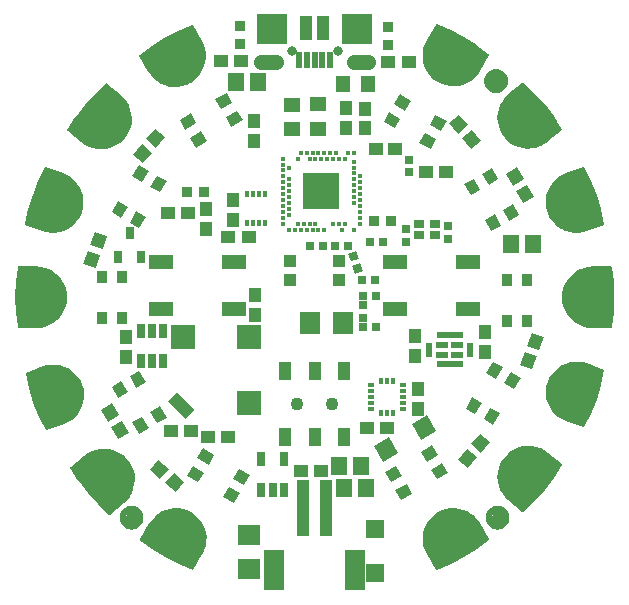
<source format=gbr>
G04 EAGLE Gerber RS-274X export*
G75*
%MOMM*%
%FSLAX34Y34*%
%LPD*%
%INSoldermask Top*%
%IPPOS*%
%AMOC8*
5,1,8,0,0,1.08239X$1,22.5*%
G01*
%ADD10R,1.340000X1.600000*%
%ADD11R,1.175000X1.100000*%
%ADD12R,0.900000X0.900000*%
%ADD13R,1.000000X1.000000*%
%ADD14R,1.100000X1.175000*%
%ADD15C,0.800000*%
%ADD16R,2.513000X2.513000*%
%ADD17C,1.300000*%
%ADD18R,1.100000X2.100000*%
%ADD19R,0.500000X1.450000*%
%ADD20C,1.100000*%
%ADD21C,0.500000*%
%ADD22R,1.100000X4.700000*%
%ADD23R,1.700000X3.500000*%
%ADD24R,1.500000X1.500000*%
%ADD25R,1.500000X1.500000*%
%ADD26C,4.316000*%
%ADD27R,1.100000X1.600000*%
%ADD28R,2.100000X1.300000*%
%ADD29R,0.950000X1.100000*%
%ADD30R,0.600000X0.350000*%
%ADD31R,0.350000X0.600000*%
%ADD32R,0.700000X0.700000*%
%ADD33R,0.650000X1.300000*%
%ADD34R,2.100000X2.100000*%
%ADD35R,2.100000X1.100000*%
%ADD36R,1.903000X1.700000*%
%ADD37R,0.550000X1.300000*%
%ADD38R,2.300000X0.550000*%
%ADD39R,1.050000X0.550000*%
%ADD40R,3.100000X3.100000*%
%ADD41C,0.400000*%
%ADD42R,0.850000X0.800000*%
%ADD43R,1.300000X1.450000*%
%ADD44R,0.950000X0.900000*%
%ADD45R,1.450000X1.300000*%
%ADD46R,1.150000X1.000000*%
%ADD47R,1.000000X1.150000*%
%ADD48R,1.700000X1.900000*%
%ADD49R,0.375000X0.600000*%
%ADD50R,0.700000X0.700000*%
%ADD51R,0.735000X1.116000*%

G36*
X227376Y-110221D02*
X227376Y-110221D01*
X227400Y-110223D01*
X227485Y-110200D01*
X227572Y-110184D01*
X227593Y-110172D01*
X227617Y-110165D01*
X227689Y-110114D01*
X227765Y-110069D01*
X227780Y-110050D01*
X227800Y-110036D01*
X227884Y-109919D01*
X227905Y-109894D01*
X227906Y-109889D01*
X227910Y-109884D01*
X233802Y-98565D01*
X233810Y-98542D01*
X233826Y-98515D01*
X238709Y-86726D01*
X238714Y-86702D01*
X238728Y-86674D01*
X242565Y-74504D01*
X242568Y-74479D01*
X242579Y-74450D01*
X245341Y-61992D01*
X245342Y-61968D01*
X245350Y-61944D01*
X245347Y-61856D01*
X245350Y-61768D01*
X245343Y-61745D01*
X245342Y-61720D01*
X245308Y-61638D01*
X245281Y-61555D01*
X245266Y-61535D01*
X245256Y-61513D01*
X245196Y-61448D01*
X245141Y-61379D01*
X245120Y-61366D01*
X245104Y-61348D01*
X244977Y-61280D01*
X244949Y-61263D01*
X244944Y-61262D01*
X244939Y-61259D01*
X230618Y-56046D01*
X230598Y-56043D01*
X230575Y-56032D01*
X227090Y-55039D01*
X227052Y-55035D01*
X227001Y-55020D01*
X223410Y-54533D01*
X223372Y-54535D01*
X223320Y-54527D01*
X219696Y-54556D01*
X219658Y-54563D01*
X219606Y-54563D01*
X216023Y-55108D01*
X215987Y-55120D01*
X215934Y-55128D01*
X212465Y-56176D01*
X212431Y-56193D01*
X212381Y-56208D01*
X209096Y-57740D01*
X209065Y-57762D01*
X209017Y-57784D01*
X205984Y-59767D01*
X205957Y-59794D01*
X205912Y-59822D01*
X203192Y-62217D01*
X203169Y-62247D01*
X203129Y-62282D01*
X200777Y-65039D01*
X200758Y-65072D01*
X200724Y-65112D01*
X198789Y-68176D01*
X198774Y-68212D01*
X198746Y-68256D01*
X197267Y-71564D01*
X197258Y-71601D01*
X197236Y-71649D01*
X196242Y-75135D01*
X196239Y-75173D01*
X196224Y-75223D01*
X195737Y-78814D01*
X195738Y-78852D01*
X195731Y-78905D01*
X195760Y-82529D01*
X195767Y-82566D01*
X195767Y-82619D01*
X196311Y-86202D01*
X196322Y-86234D01*
X196323Y-86254D01*
X196327Y-86266D01*
X196331Y-86290D01*
X197379Y-89759D01*
X197397Y-89793D01*
X197412Y-89844D01*
X198943Y-93128D01*
X198965Y-93159D01*
X198987Y-93207D01*
X200971Y-96240D01*
X200997Y-96268D01*
X201025Y-96312D01*
X203420Y-99032D01*
X203450Y-99056D01*
X203485Y-99096D01*
X206242Y-101447D01*
X206275Y-101466D01*
X206315Y-101501D01*
X209380Y-103436D01*
X209415Y-103450D01*
X209459Y-103478D01*
X212768Y-104958D01*
X212787Y-104963D01*
X212810Y-104975D01*
X227131Y-110187D01*
X227155Y-110191D01*
X227177Y-110202D01*
X227264Y-110210D01*
X227352Y-110225D01*
X227376Y-110221D01*
G37*
G36*
X-219696Y54556D02*
X-219696Y54556D01*
X-219658Y54563D01*
X-219606Y54563D01*
X-216023Y55108D01*
X-215987Y55120D01*
X-215934Y55128D01*
X-212465Y56176D01*
X-212431Y56193D01*
X-212381Y56208D01*
X-209096Y57740D01*
X-209065Y57762D01*
X-209017Y57784D01*
X-205984Y59767D01*
X-205957Y59794D01*
X-205912Y59822D01*
X-203192Y62217D01*
X-203169Y62247D01*
X-203129Y62282D01*
X-200777Y65039D01*
X-200758Y65072D01*
X-200724Y65112D01*
X-198789Y68176D01*
X-198774Y68212D01*
X-198746Y68256D01*
X-197267Y71564D01*
X-197258Y71601D01*
X-197236Y71649D01*
X-196242Y75135D01*
X-196239Y75173D01*
X-196224Y75223D01*
X-195737Y78814D01*
X-195738Y78852D01*
X-195731Y78905D01*
X-195760Y82529D01*
X-195767Y82566D01*
X-195767Y82619D01*
X-196311Y86202D01*
X-196323Y86238D01*
X-196331Y86290D01*
X-197379Y89759D01*
X-197397Y89793D01*
X-197412Y89844D01*
X-198943Y93128D01*
X-198965Y93159D01*
X-198987Y93207D01*
X-200971Y96240D01*
X-200997Y96268D01*
X-201025Y96312D01*
X-203420Y99032D01*
X-203450Y99056D01*
X-203485Y99096D01*
X-206242Y101447D01*
X-206275Y101466D01*
X-206315Y101501D01*
X-209380Y103436D01*
X-209415Y103450D01*
X-209459Y103478D01*
X-212768Y104958D01*
X-212787Y104963D01*
X-212810Y104975D01*
X-227131Y110187D01*
X-227155Y110191D01*
X-227177Y110202D01*
X-227264Y110210D01*
X-227352Y110225D01*
X-227376Y110221D01*
X-227400Y110223D01*
X-227485Y110200D01*
X-227572Y110184D01*
X-227593Y110172D01*
X-227617Y110165D01*
X-227689Y110114D01*
X-227765Y110069D01*
X-227780Y110050D01*
X-227800Y110036D01*
X-227884Y109919D01*
X-227905Y109894D01*
X-227906Y109889D01*
X-227910Y109884D01*
X-233802Y98565D01*
X-233810Y98542D01*
X-233826Y98515D01*
X-238709Y86726D01*
X-238714Y86702D01*
X-238728Y86674D01*
X-242565Y74504D01*
X-242568Y74479D01*
X-242579Y74450D01*
X-245341Y61992D01*
X-245342Y61968D01*
X-245350Y61944D01*
X-245347Y61856D01*
X-245350Y61768D01*
X-245343Y61745D01*
X-245342Y61720D01*
X-245308Y61638D01*
X-245281Y61555D01*
X-245266Y61535D01*
X-245256Y61513D01*
X-245196Y61448D01*
X-245141Y61379D01*
X-245120Y61366D01*
X-245104Y61348D01*
X-244977Y61280D01*
X-244949Y61263D01*
X-244944Y61262D01*
X-244939Y61259D01*
X-230618Y56046D01*
X-230598Y56043D01*
X-230575Y56032D01*
X-227090Y55039D01*
X-227052Y55035D01*
X-227001Y55020D01*
X-223410Y54533D01*
X-223372Y54535D01*
X-223320Y54527D01*
X-219696Y54556D01*
G37*
G36*
X-226704Y-112761D02*
X-226704Y-112761D01*
X-226679Y-112765D01*
X-226538Y-112736D01*
X-226506Y-112731D01*
X-226502Y-112728D01*
X-226496Y-112727D01*
X-212175Y-107515D01*
X-212157Y-107505D01*
X-212133Y-107498D01*
X-208824Y-106018D01*
X-208793Y-105997D01*
X-208745Y-105976D01*
X-205680Y-104041D01*
X-205652Y-104015D01*
X-205607Y-103987D01*
X-202850Y-101636D01*
X-202826Y-101606D01*
X-202785Y-101572D01*
X-200390Y-98852D01*
X-200371Y-98820D01*
X-200336Y-98780D01*
X-198352Y-95747D01*
X-198337Y-95712D01*
X-198308Y-95668D01*
X-196777Y-92384D01*
X-196767Y-92347D01*
X-196744Y-92299D01*
X-195696Y-88830D01*
X-195691Y-88792D01*
X-195676Y-88742D01*
X-195132Y-85159D01*
X-195133Y-85121D01*
X-195125Y-85069D01*
X-195096Y-81445D01*
X-195102Y-81407D01*
X-195102Y-81354D01*
X-195589Y-77763D01*
X-195592Y-77753D01*
X-195592Y-77751D01*
X-195595Y-77744D01*
X-195601Y-77727D01*
X-195607Y-77675D01*
X-196601Y-74189D01*
X-196617Y-74155D01*
X-196632Y-74104D01*
X-198111Y-70796D01*
X-198132Y-70764D01*
X-198154Y-70716D01*
X-200089Y-67652D01*
X-200114Y-67624D01*
X-200142Y-67579D01*
X-202494Y-64822D01*
X-202523Y-64797D01*
X-202557Y-64757D01*
X-205277Y-62362D01*
X-205310Y-62342D01*
X-205349Y-62307D01*
X-208382Y-60324D01*
X-208418Y-60309D01*
X-208461Y-60280D01*
X-211746Y-58748D01*
X-211783Y-58739D01*
X-211830Y-58716D01*
X-213380Y-58248D01*
X-215299Y-57668D01*
X-215337Y-57663D01*
X-215388Y-57648D01*
X-218971Y-57103D01*
X-219009Y-57104D01*
X-219061Y-57096D01*
X-222685Y-57067D01*
X-222722Y-57074D01*
X-222775Y-57073D01*
X-226366Y-57560D01*
X-226403Y-57572D01*
X-226455Y-57579D01*
X-229940Y-58572D01*
X-229958Y-58581D01*
X-229983Y-58586D01*
X-244304Y-63799D01*
X-244325Y-63811D01*
X-244349Y-63817D01*
X-244421Y-63867D01*
X-244498Y-63912D01*
X-244514Y-63930D01*
X-244534Y-63944D01*
X-244584Y-64017D01*
X-244640Y-64085D01*
X-244648Y-64108D01*
X-244663Y-64128D01*
X-244685Y-64214D01*
X-244714Y-64297D01*
X-244713Y-64321D01*
X-244719Y-64345D01*
X-244709Y-64489D01*
X-244709Y-64521D01*
X-244707Y-64526D01*
X-244706Y-64532D01*
X-241944Y-76990D01*
X-241935Y-77013D01*
X-241930Y-77044D01*
X-238093Y-89214D01*
X-238082Y-89235D01*
X-238074Y-89266D01*
X-233191Y-101055D01*
X-233177Y-101076D01*
X-233167Y-101105D01*
X-227275Y-112424D01*
X-227260Y-112443D01*
X-227251Y-112466D01*
X-227192Y-112532D01*
X-227138Y-112602D01*
X-227117Y-112614D01*
X-227101Y-112633D01*
X-227022Y-112674D01*
X-226948Y-112720D01*
X-226924Y-112725D01*
X-226902Y-112736D01*
X-226814Y-112748D01*
X-226728Y-112765D01*
X-226704Y-112761D01*
G37*
G36*
X223357Y54534D02*
X223357Y54534D01*
X223410Y54533D01*
X227001Y55020D01*
X227038Y55032D01*
X227090Y55039D01*
X230575Y56032D01*
X230593Y56041D01*
X230618Y56046D01*
X244939Y61259D01*
X244960Y61271D01*
X244984Y61277D01*
X245056Y61327D01*
X245133Y61372D01*
X245149Y61390D01*
X245169Y61404D01*
X245219Y61477D01*
X245275Y61545D01*
X245283Y61568D01*
X245298Y61588D01*
X245320Y61674D01*
X245349Y61757D01*
X245348Y61781D01*
X245354Y61805D01*
X245344Y61949D01*
X245344Y61981D01*
X245342Y61986D01*
X245341Y61992D01*
X242579Y74450D01*
X242570Y74473D01*
X242565Y74504D01*
X238728Y86674D01*
X238717Y86695D01*
X238709Y86726D01*
X233826Y98515D01*
X233812Y98536D01*
X233802Y98565D01*
X227910Y109884D01*
X227895Y109903D01*
X227886Y109926D01*
X227827Y109992D01*
X227773Y110062D01*
X227752Y110074D01*
X227736Y110093D01*
X227657Y110134D01*
X227583Y110180D01*
X227559Y110185D01*
X227537Y110196D01*
X227449Y110208D01*
X227363Y110225D01*
X227339Y110221D01*
X227314Y110225D01*
X227173Y110196D01*
X227141Y110191D01*
X227137Y110188D01*
X227131Y110187D01*
X212810Y104975D01*
X212792Y104965D01*
X212768Y104958D01*
X209459Y103478D01*
X209428Y103457D01*
X209380Y103436D01*
X206315Y101501D01*
X206287Y101475D01*
X206242Y101447D01*
X203485Y99096D01*
X203461Y99066D01*
X203420Y99032D01*
X201025Y96312D01*
X201006Y96280D01*
X200971Y96240D01*
X198987Y93207D01*
X198972Y93172D01*
X198943Y93128D01*
X197412Y89844D01*
X197402Y89807D01*
X197379Y89759D01*
X196331Y86290D01*
X196326Y86252D01*
X196311Y86202D01*
X195767Y82619D01*
X195768Y82581D01*
X195760Y82529D01*
X195731Y78905D01*
X195737Y78867D01*
X195737Y78814D01*
X196224Y75223D01*
X196236Y75187D01*
X196242Y75135D01*
X197236Y71649D01*
X197252Y71615D01*
X197267Y71564D01*
X198746Y68256D01*
X198767Y68224D01*
X198789Y68176D01*
X200724Y65112D01*
X200749Y65084D01*
X200777Y65039D01*
X203129Y62282D01*
X203158Y62257D01*
X203192Y62217D01*
X205912Y59822D01*
X205945Y59802D01*
X205984Y59767D01*
X209017Y57784D01*
X209053Y57769D01*
X209096Y57740D01*
X212381Y56208D01*
X212418Y56199D01*
X212465Y56176D01*
X213631Y55824D01*
X215730Y55189D01*
X215934Y55128D01*
X215972Y55123D01*
X216023Y55108D01*
X219606Y54563D01*
X219644Y54564D01*
X219696Y54556D01*
X223320Y54527D01*
X223357Y54534D01*
G37*
G36*
X-180394Y125104D02*
X-180394Y125104D01*
X-180342Y125101D01*
X-176732Y125417D01*
X-176695Y125427D01*
X-176642Y125431D01*
X-173114Y126257D01*
X-173079Y126272D01*
X-173027Y126284D01*
X-169652Y127604D01*
X-169620Y127624D01*
X-169571Y127643D01*
X-166418Y129430D01*
X-166388Y129455D01*
X-166342Y129480D01*
X-163476Y131698D01*
X-163451Y131726D01*
X-163409Y131758D01*
X-160887Y134361D01*
X-160866Y134393D01*
X-160829Y134431D01*
X-158703Y137366D01*
X-158687Y137400D01*
X-158656Y137443D01*
X-156970Y140651D01*
X-156958Y140687D01*
X-156933Y140734D01*
X-155721Y144149D01*
X-155715Y144186D01*
X-155697Y144236D01*
X-154983Y147789D01*
X-154982Y147821D01*
X-154976Y147838D01*
X-154977Y147852D01*
X-154971Y147879D01*
X-154770Y151497D01*
X-154775Y151535D01*
X-154771Y151588D01*
X-155087Y155198D01*
X-155097Y155235D01*
X-155102Y155287D01*
X-155928Y158816D01*
X-155943Y158851D01*
X-155955Y158902D01*
X-157275Y162277D01*
X-157295Y162310D01*
X-157314Y162359D01*
X-159101Y165512D01*
X-159125Y165541D01*
X-159151Y165587D01*
X-161369Y168453D01*
X-161397Y168479D01*
X-161429Y168521D01*
X-164032Y171042D01*
X-164049Y171054D01*
X-164066Y171073D01*
X-175740Y180869D01*
X-175761Y180881D01*
X-175778Y180899D01*
X-175858Y180936D01*
X-175935Y180980D01*
X-175959Y180984D01*
X-175981Y180995D01*
X-176069Y181003D01*
X-176156Y181017D01*
X-176180Y181013D01*
X-176205Y181015D01*
X-176290Y180991D01*
X-176376Y180975D01*
X-176397Y180962D01*
X-176421Y180955D01*
X-176540Y180875D01*
X-176568Y180858D01*
X-176571Y180854D01*
X-176576Y180851D01*
X-185984Y172230D01*
X-185999Y172210D01*
X-186024Y172191D01*
X-194645Y162782D01*
X-194658Y162762D01*
X-194680Y162740D01*
X-202448Y152616D01*
X-202460Y152595D01*
X-202480Y152571D01*
X-209336Y141809D01*
X-209346Y141786D01*
X-209361Y141767D01*
X-209388Y141683D01*
X-209422Y141601D01*
X-209422Y141577D01*
X-209430Y141553D01*
X-209426Y141465D01*
X-209429Y141377D01*
X-209421Y141354D01*
X-209420Y141329D01*
X-209386Y141248D01*
X-209358Y141164D01*
X-209343Y141145D01*
X-209333Y141122D01*
X-209238Y141015D01*
X-209218Y140989D01*
X-209213Y140987D01*
X-209209Y140982D01*
X-197535Y131186D01*
X-197517Y131176D01*
X-197499Y131158D01*
X-194564Y129033D01*
X-194529Y129016D01*
X-194487Y128985D01*
X-191279Y127299D01*
X-191242Y127287D01*
X-191196Y127263D01*
X-187781Y126050D01*
X-187743Y126044D01*
X-187694Y126026D01*
X-184141Y125312D01*
X-184102Y125311D01*
X-184051Y125300D01*
X-180432Y125099D01*
X-180394Y125104D01*
G37*
G36*
X-173603Y-184188D02*
X-173603Y-184188D01*
X-173579Y-184192D01*
X-173493Y-184172D01*
X-173405Y-184159D01*
X-173384Y-184147D01*
X-173360Y-184142D01*
X-173237Y-184066D01*
X-173209Y-184051D01*
X-173205Y-184047D01*
X-173200Y-184044D01*
X-161526Y-174248D01*
X-161513Y-174232D01*
X-161492Y-174217D01*
X-158889Y-171696D01*
X-158867Y-171665D01*
X-158829Y-171628D01*
X-156611Y-168762D01*
X-156594Y-168728D01*
X-156561Y-168687D01*
X-154774Y-165534D01*
X-154761Y-165498D01*
X-154735Y-165452D01*
X-153415Y-162077D01*
X-153408Y-162040D01*
X-153388Y-161991D01*
X-152562Y-158462D01*
X-152560Y-158424D01*
X-152547Y-158373D01*
X-152231Y-154763D01*
X-152235Y-154725D01*
X-152230Y-154672D01*
X-152431Y-151054D01*
X-152440Y-151017D01*
X-152443Y-150964D01*
X-153157Y-147411D01*
X-153171Y-147375D01*
X-153181Y-147324D01*
X-154393Y-143909D01*
X-154412Y-143875D01*
X-154430Y-143826D01*
X-156116Y-140618D01*
X-156139Y-140588D01*
X-156163Y-140541D01*
X-158289Y-137606D01*
X-158316Y-137579D01*
X-158347Y-137536D01*
X-160869Y-134933D01*
X-160900Y-134911D01*
X-160936Y-134873D01*
X-163802Y-132655D01*
X-163836Y-132638D01*
X-163878Y-132605D01*
X-167031Y-130818D01*
X-167067Y-130806D01*
X-167112Y-130779D01*
X-170487Y-129459D01*
X-170525Y-129452D01*
X-170574Y-129432D01*
X-174102Y-128606D01*
X-174140Y-128604D01*
X-174192Y-128592D01*
X-177802Y-128276D01*
X-177840Y-128279D01*
X-177892Y-128274D01*
X-181511Y-128475D01*
X-181548Y-128484D01*
X-181601Y-128487D01*
X-185154Y-129201D01*
X-185189Y-129215D01*
X-185241Y-129225D01*
X-188656Y-130438D01*
X-188689Y-130456D01*
X-188739Y-130474D01*
X-191947Y-132160D01*
X-191977Y-132183D01*
X-192024Y-132208D01*
X-194959Y-134333D01*
X-194973Y-134348D01*
X-194995Y-134361D01*
X-206669Y-144157D01*
X-206685Y-144176D01*
X-206705Y-144190D01*
X-206756Y-144261D01*
X-206813Y-144329D01*
X-206821Y-144352D01*
X-206835Y-144372D01*
X-206858Y-144458D01*
X-206887Y-144541D01*
X-206887Y-144565D01*
X-206893Y-144589D01*
X-206885Y-144677D01*
X-206884Y-144765D01*
X-206875Y-144788D01*
X-206873Y-144812D01*
X-206814Y-144943D01*
X-206802Y-144974D01*
X-206799Y-144978D01*
X-206796Y-144984D01*
X-199940Y-155746D01*
X-199923Y-155764D01*
X-199908Y-155791D01*
X-192140Y-165915D01*
X-192122Y-165931D01*
X-192105Y-165957D01*
X-183484Y-175366D01*
X-183464Y-175380D01*
X-183444Y-175405D01*
X-174036Y-184026D01*
X-174016Y-184039D01*
X-173999Y-184057D01*
X-173921Y-184098D01*
X-173847Y-184146D01*
X-173823Y-184151D01*
X-173801Y-184162D01*
X-173714Y-184174D01*
X-173627Y-184192D01*
X-173603Y-184188D01*
G37*
G36*
X176180Y-181648D02*
X176180Y-181648D01*
X176205Y-181650D01*
X176290Y-181626D01*
X176376Y-181610D01*
X176397Y-181597D01*
X176421Y-181590D01*
X176540Y-181510D01*
X176568Y-181493D01*
X176571Y-181489D01*
X176576Y-181486D01*
X185984Y-172865D01*
X185999Y-172845D01*
X186024Y-172826D01*
X194645Y-163417D01*
X194658Y-163397D01*
X194680Y-163375D01*
X202448Y-153251D01*
X202460Y-153230D01*
X202480Y-153206D01*
X209336Y-142444D01*
X209346Y-142421D01*
X209361Y-142402D01*
X209388Y-142318D01*
X209422Y-142236D01*
X209422Y-142212D01*
X209430Y-142188D01*
X209426Y-142100D01*
X209429Y-142012D01*
X209421Y-141989D01*
X209420Y-141964D01*
X209386Y-141883D01*
X209358Y-141799D01*
X209343Y-141780D01*
X209333Y-141757D01*
X209238Y-141650D01*
X209218Y-141624D01*
X209213Y-141622D01*
X209209Y-141617D01*
X197535Y-131821D01*
X197517Y-131811D01*
X197499Y-131793D01*
X194564Y-129668D01*
X194529Y-129651D01*
X194487Y-129620D01*
X191279Y-127934D01*
X191242Y-127922D01*
X191196Y-127898D01*
X187781Y-126685D01*
X187743Y-126679D01*
X187694Y-126661D01*
X184141Y-125947D01*
X184102Y-125946D01*
X184051Y-125935D01*
X180432Y-125734D01*
X180394Y-125739D01*
X180342Y-125736D01*
X176732Y-126052D01*
X176695Y-126062D01*
X176642Y-126066D01*
X173114Y-126892D01*
X173079Y-126907D01*
X173027Y-126919D01*
X169652Y-128239D01*
X169620Y-128259D01*
X169571Y-128278D01*
X166418Y-130065D01*
X166388Y-130090D01*
X166342Y-130115D01*
X163476Y-132333D01*
X163451Y-132361D01*
X163409Y-132393D01*
X160887Y-134996D01*
X160866Y-135028D01*
X160829Y-135066D01*
X158703Y-138001D01*
X158687Y-138035D01*
X158656Y-138078D01*
X156970Y-141286D01*
X156958Y-141322D01*
X156933Y-141369D01*
X155721Y-144784D01*
X155715Y-144821D01*
X155697Y-144871D01*
X154983Y-148424D01*
X154982Y-148462D01*
X154971Y-148514D01*
X154770Y-152132D01*
X154775Y-152170D01*
X154771Y-152223D01*
X155087Y-155833D01*
X155097Y-155870D01*
X155102Y-155922D01*
X155928Y-159451D01*
X155943Y-159486D01*
X155955Y-159537D01*
X157275Y-162912D01*
X157295Y-162945D01*
X157314Y-162994D01*
X159101Y-166147D01*
X159125Y-166176D01*
X159151Y-166222D01*
X161369Y-169088D01*
X161397Y-169114D01*
X161429Y-169156D01*
X164032Y-171677D01*
X164049Y-171689D01*
X164066Y-171708D01*
X175740Y-181504D01*
X175761Y-181516D01*
X175778Y-181534D01*
X175858Y-181571D01*
X175935Y-181615D01*
X175959Y-181619D01*
X175981Y-181630D01*
X176069Y-181638D01*
X176156Y-181652D01*
X176180Y-181648D01*
G37*
G36*
X184051Y125935D02*
X184051Y125935D01*
X184088Y125944D01*
X184141Y125947D01*
X187694Y126661D01*
X187729Y126675D01*
X187781Y126685D01*
X191196Y127898D01*
X191229Y127916D01*
X191279Y127934D01*
X194487Y129620D01*
X194517Y129643D01*
X194564Y129668D01*
X197499Y131793D01*
X197513Y131808D01*
X197535Y131821D01*
X209209Y141617D01*
X209225Y141636D01*
X209245Y141650D01*
X209296Y141721D01*
X209353Y141789D01*
X209361Y141812D01*
X209375Y141832D01*
X209398Y141918D01*
X209427Y142001D01*
X209427Y142025D01*
X209433Y142049D01*
X209425Y142137D01*
X209424Y142225D01*
X209415Y142248D01*
X209413Y142272D01*
X209354Y142403D01*
X209342Y142434D01*
X209339Y142438D01*
X209336Y142444D01*
X209261Y142562D01*
X208857Y143196D01*
X208857Y143197D01*
X208453Y143831D01*
X208049Y144465D01*
X207645Y145099D01*
X207241Y145733D01*
X207241Y145734D01*
X207240Y145734D01*
X206836Y146368D01*
X206432Y147002D01*
X206028Y147636D01*
X205624Y148270D01*
X205624Y148271D01*
X205220Y148905D01*
X204816Y149539D01*
X202480Y153206D01*
X202463Y153224D01*
X202448Y153251D01*
X194680Y163375D01*
X194662Y163391D01*
X194645Y163417D01*
X186024Y172826D01*
X186004Y172840D01*
X185984Y172865D01*
X176576Y181486D01*
X176556Y181499D01*
X176539Y181517D01*
X176461Y181558D01*
X176387Y181606D01*
X176363Y181611D01*
X176341Y181622D01*
X176254Y181634D01*
X176167Y181652D01*
X176143Y181648D01*
X176119Y181652D01*
X176033Y181632D01*
X175945Y181619D01*
X175924Y181607D01*
X175900Y181602D01*
X175777Y181526D01*
X175749Y181511D01*
X175745Y181507D01*
X175740Y181504D01*
X164066Y171708D01*
X164053Y171692D01*
X164032Y171677D01*
X161429Y169156D01*
X161407Y169125D01*
X161369Y169088D01*
X159151Y166222D01*
X159134Y166188D01*
X159101Y166147D01*
X157314Y162994D01*
X157301Y162958D01*
X157275Y162912D01*
X155955Y159537D01*
X155948Y159500D01*
X155928Y159451D01*
X155102Y155922D01*
X155100Y155884D01*
X155087Y155833D01*
X154771Y152223D01*
X154775Y152185D01*
X154770Y152132D01*
X154971Y148514D01*
X154980Y148477D01*
X154983Y148424D01*
X155697Y144871D01*
X155711Y144835D01*
X155721Y144784D01*
X156933Y141369D01*
X156952Y141335D01*
X156970Y141286D01*
X158656Y138078D01*
X158679Y138048D01*
X158703Y138001D01*
X160829Y135066D01*
X160856Y135039D01*
X160887Y134996D01*
X163409Y132393D01*
X163440Y132371D01*
X163476Y132333D01*
X166342Y130115D01*
X166376Y130098D01*
X166418Y130065D01*
X169571Y128278D01*
X169607Y128266D01*
X169652Y128239D01*
X173027Y126919D01*
X173065Y126912D01*
X173114Y126892D01*
X176642Y126066D01*
X176680Y126064D01*
X176732Y126052D01*
X180342Y125736D01*
X180380Y125739D01*
X180432Y125734D01*
X184051Y125935D01*
G37*
G36*
X103134Y-231077D02*
X103134Y-231077D01*
X103159Y-231079D01*
X103299Y-231044D01*
X103330Y-231037D01*
X103335Y-231035D01*
X103341Y-231033D01*
X115130Y-226150D01*
X115151Y-226137D01*
X115180Y-226126D01*
X126499Y-220234D01*
X126518Y-220219D01*
X126547Y-220207D01*
X137309Y-213350D01*
X137327Y-213334D01*
X137354Y-213319D01*
X147478Y-205550D01*
X147495Y-205532D01*
X147515Y-205519D01*
X147570Y-205450D01*
X147629Y-205384D01*
X147638Y-205362D01*
X147653Y-205342D01*
X147680Y-205259D01*
X147713Y-205176D01*
X147714Y-205152D01*
X147721Y-205129D01*
X147717Y-205040D01*
X147719Y-204952D01*
X147711Y-204929D01*
X147710Y-204904D01*
X147657Y-204771D01*
X147647Y-204740D01*
X147644Y-204736D01*
X147641Y-204730D01*
X140021Y-191532D01*
X140008Y-191516D01*
X139997Y-191493D01*
X137966Y-188492D01*
X137939Y-188465D01*
X137910Y-188421D01*
X135472Y-185740D01*
X135442Y-185716D01*
X135407Y-185677D01*
X132612Y-183370D01*
X132579Y-183351D01*
X132539Y-183317D01*
X129444Y-181431D01*
X129408Y-181417D01*
X129364Y-181390D01*
X126032Y-179963D01*
X125995Y-179954D01*
X125947Y-179933D01*
X122446Y-178995D01*
X122408Y-178992D01*
X122357Y-178978D01*
X118759Y-178548D01*
X118721Y-178550D01*
X118668Y-178544D01*
X115045Y-178630D01*
X115008Y-178638D01*
X114955Y-178639D01*
X111382Y-179239D01*
X111346Y-179252D01*
X111294Y-179261D01*
X107842Y-180364D01*
X107815Y-180378D01*
X107799Y-180381D01*
X107785Y-180389D01*
X107758Y-180398D01*
X104498Y-181981D01*
X104467Y-182004D01*
X104420Y-182027D01*
X101418Y-184058D01*
X101391Y-184085D01*
X101347Y-184114D01*
X98666Y-186552D01*
X98642Y-186582D01*
X98603Y-186617D01*
X96296Y-189412D01*
X96277Y-189445D01*
X96243Y-189485D01*
X94357Y-192580D01*
X94343Y-192615D01*
X94316Y-192660D01*
X92889Y-195992D01*
X92880Y-196029D01*
X92859Y-196077D01*
X91921Y-199578D01*
X91918Y-199616D01*
X91904Y-199667D01*
X91474Y-203265D01*
X91476Y-203303D01*
X91470Y-203355D01*
X91556Y-206978D01*
X91564Y-207016D01*
X91565Y-207069D01*
X92166Y-210642D01*
X92178Y-210678D01*
X92187Y-210730D01*
X93290Y-214182D01*
X93308Y-214216D01*
X93324Y-214266D01*
X94907Y-217526D01*
X94919Y-217542D01*
X94929Y-217566D01*
X102549Y-230764D01*
X102564Y-230783D01*
X102574Y-230805D01*
X102636Y-230868D01*
X102693Y-230936D01*
X102715Y-230948D01*
X102732Y-230965D01*
X102812Y-231003D01*
X102889Y-231046D01*
X102913Y-231050D01*
X102935Y-231060D01*
X103023Y-231067D01*
X103110Y-231081D01*
X103134Y-231077D01*
G37*
G36*
X-235565Y-26031D02*
X-235565Y-26031D01*
X-235540Y-26033D01*
X-231925Y-25774D01*
X-231888Y-25765D01*
X-231835Y-25761D01*
X-228294Y-24991D01*
X-228259Y-24976D01*
X-228207Y-24965D01*
X-224812Y-23699D01*
X-224779Y-23679D01*
X-224730Y-23661D01*
X-221549Y-21925D01*
X-221519Y-21901D01*
X-221473Y-21876D01*
X-218571Y-19704D01*
X-218545Y-19676D01*
X-218503Y-19645D01*
X-215941Y-17082D01*
X-215919Y-17051D01*
X-215881Y-17014D01*
X-213709Y-14112D01*
X-213692Y-14078D01*
X-213661Y-14036D01*
X-211924Y-10856D01*
X-211912Y-10819D01*
X-211886Y-10773D01*
X-210620Y-7378D01*
X-210613Y-7340D01*
X-210594Y-7291D01*
X-209824Y-3750D01*
X-209822Y-3712D01*
X-209811Y-3660D01*
X-209552Y-45D01*
X-209556Y-7D01*
X-209552Y45D01*
X-209811Y3660D01*
X-209820Y3697D01*
X-209824Y3750D01*
X-210594Y7291D01*
X-210609Y7326D01*
X-210620Y7378D01*
X-211886Y10773D01*
X-211906Y10806D01*
X-211924Y10856D01*
X-213661Y14036D01*
X-213684Y14066D01*
X-213709Y14112D01*
X-215881Y17014D01*
X-215909Y17040D01*
X-215941Y17082D01*
X-218503Y19645D01*
X-218534Y19666D01*
X-218571Y19704D01*
X-221473Y21876D01*
X-221507Y21893D01*
X-221549Y21925D01*
X-224730Y23661D01*
X-224766Y23673D01*
X-224812Y23699D01*
X-228207Y24965D01*
X-228245Y24972D01*
X-228294Y24991D01*
X-231835Y25761D01*
X-231873Y25763D01*
X-231925Y25774D01*
X-235540Y26033D01*
X-235560Y26031D01*
X-235585Y26034D01*
X-250825Y26034D01*
X-250849Y26030D01*
X-250873Y26032D01*
X-250959Y26010D01*
X-251046Y25995D01*
X-251067Y25982D01*
X-251091Y25976D01*
X-251163Y25925D01*
X-251239Y25880D01*
X-251254Y25862D01*
X-251275Y25847D01*
X-251325Y25775D01*
X-251380Y25706D01*
X-251388Y25683D01*
X-251402Y25663D01*
X-251442Y25525D01*
X-251452Y25494D01*
X-251452Y25489D01*
X-251454Y25483D01*
X-253119Y12831D01*
X-253118Y12807D01*
X-253124Y12776D01*
X-253681Y28D01*
X-253678Y3D01*
X-253681Y-28D01*
X-253124Y-12776D01*
X-253119Y-12800D01*
X-253119Y-12831D01*
X-251454Y-25483D01*
X-251446Y-25506D01*
X-251446Y-25531D01*
X-251413Y-25612D01*
X-251386Y-25697D01*
X-251371Y-25716D01*
X-251361Y-25738D01*
X-251302Y-25804D01*
X-251247Y-25873D01*
X-251227Y-25886D01*
X-251210Y-25904D01*
X-251131Y-25944D01*
X-251056Y-25991D01*
X-251032Y-25995D01*
X-251010Y-26007D01*
X-250868Y-26028D01*
X-250836Y-26034D01*
X-250831Y-26033D01*
X-250825Y-26034D01*
X-235585Y-26034D01*
X-235565Y-26031D01*
G37*
G36*
X250849Y-26030D02*
X250849Y-26030D01*
X250873Y-26032D01*
X250959Y-26010D01*
X251046Y-25995D01*
X251067Y-25982D01*
X251091Y-25976D01*
X251163Y-25925D01*
X251239Y-25880D01*
X251254Y-25862D01*
X251275Y-25847D01*
X251325Y-25775D01*
X251380Y-25706D01*
X251388Y-25683D01*
X251402Y-25663D01*
X251442Y-25525D01*
X251452Y-25494D01*
X251452Y-25489D01*
X251454Y-25483D01*
X253119Y-12831D01*
X253118Y-12811D01*
X253119Y-12809D01*
X253119Y-12803D01*
X253124Y-12776D01*
X253681Y-28D01*
X253678Y-3D01*
X253681Y28D01*
X253124Y12776D01*
X253119Y12800D01*
X253119Y12831D01*
X251454Y25483D01*
X251446Y25506D01*
X251446Y25531D01*
X251413Y25612D01*
X251386Y25697D01*
X251371Y25716D01*
X251361Y25738D01*
X251302Y25804D01*
X251247Y25873D01*
X251227Y25886D01*
X251210Y25904D01*
X251131Y25944D01*
X251056Y25991D01*
X251032Y25995D01*
X251010Y26007D01*
X250868Y26028D01*
X250836Y26034D01*
X250831Y26033D01*
X250825Y26034D01*
X235585Y26034D01*
X235565Y26031D01*
X235540Y26033D01*
X231925Y25774D01*
X231888Y25765D01*
X231835Y25761D01*
X228294Y24991D01*
X228259Y24976D01*
X228207Y24965D01*
X225704Y24032D01*
X224812Y23699D01*
X224779Y23679D01*
X224730Y23661D01*
X221549Y21925D01*
X221519Y21901D01*
X221473Y21876D01*
X218571Y19704D01*
X218545Y19676D01*
X218503Y19645D01*
X215941Y17082D01*
X215919Y17051D01*
X215881Y17014D01*
X213709Y14112D01*
X213692Y14078D01*
X213661Y14036D01*
X211924Y10856D01*
X211912Y10819D01*
X211886Y10773D01*
X210620Y7378D01*
X210613Y7340D01*
X210594Y7291D01*
X209824Y3750D01*
X209822Y3712D01*
X209811Y3660D01*
X209552Y45D01*
X209556Y7D01*
X209552Y-45D01*
X209811Y-3660D01*
X209820Y-3697D01*
X209824Y-3750D01*
X210594Y-7291D01*
X210609Y-7326D01*
X210620Y-7378D01*
X211886Y-10773D01*
X211906Y-10806D01*
X211924Y-10856D01*
X213661Y-14036D01*
X213684Y-14066D01*
X213709Y-14112D01*
X215881Y-17014D01*
X215909Y-17040D01*
X215941Y-17082D01*
X218503Y-19645D01*
X218534Y-19666D01*
X218571Y-19704D01*
X221473Y-21876D01*
X221507Y-21893D01*
X221549Y-21925D01*
X224730Y-23661D01*
X224766Y-23673D01*
X224812Y-23699D01*
X228207Y-24965D01*
X228245Y-24972D01*
X228294Y-24991D01*
X231835Y-25761D01*
X231873Y-25763D01*
X231925Y-25774D01*
X235540Y-26033D01*
X235560Y-26031D01*
X235585Y-26034D01*
X250825Y-26034D01*
X250849Y-26030D01*
G37*
G36*
X-115680Y177995D02*
X-115680Y177995D01*
X-115643Y178003D01*
X-115590Y178004D01*
X-112017Y178604D01*
X-111981Y178617D01*
X-111929Y178626D01*
X-108477Y179729D01*
X-108443Y179747D01*
X-108393Y179763D01*
X-105133Y181346D01*
X-105102Y181369D01*
X-105055Y181392D01*
X-102053Y183423D01*
X-102026Y183450D01*
X-101982Y183479D01*
X-99301Y185917D01*
X-99277Y185947D01*
X-99238Y185982D01*
X-96931Y188777D01*
X-96912Y188810D01*
X-96878Y188850D01*
X-94992Y191945D01*
X-94978Y191980D01*
X-94951Y192025D01*
X-93524Y195357D01*
X-93515Y195394D01*
X-93494Y195442D01*
X-92556Y198943D01*
X-92553Y198981D01*
X-92539Y199032D01*
X-92109Y202630D01*
X-92111Y202668D01*
X-92105Y202720D01*
X-92191Y206343D01*
X-92199Y206381D01*
X-92200Y206434D01*
X-92801Y210007D01*
X-92813Y210043D01*
X-92822Y210095D01*
X-93925Y213547D01*
X-93943Y213581D01*
X-93959Y213631D01*
X-95542Y216891D01*
X-95554Y216907D01*
X-95564Y216931D01*
X-103184Y230129D01*
X-103199Y230148D01*
X-103209Y230170D01*
X-103271Y230233D01*
X-103328Y230301D01*
X-103350Y230313D01*
X-103367Y230330D01*
X-103447Y230368D01*
X-103524Y230411D01*
X-103548Y230415D01*
X-103570Y230425D01*
X-103658Y230432D01*
X-103745Y230446D01*
X-103769Y230442D01*
X-103794Y230444D01*
X-103934Y230409D01*
X-103965Y230402D01*
X-103970Y230400D01*
X-103976Y230398D01*
X-115765Y225515D01*
X-115786Y225502D01*
X-115815Y225491D01*
X-127134Y219599D01*
X-127153Y219584D01*
X-127182Y219572D01*
X-137944Y212715D01*
X-137962Y212699D01*
X-137989Y212684D01*
X-148113Y204915D01*
X-148130Y204897D01*
X-148150Y204884D01*
X-148205Y204815D01*
X-148264Y204749D01*
X-148273Y204727D01*
X-148288Y204707D01*
X-148315Y204624D01*
X-148348Y204541D01*
X-148349Y204517D01*
X-148356Y204494D01*
X-148352Y204405D01*
X-148354Y204317D01*
X-148346Y204294D01*
X-148345Y204269D01*
X-148292Y204136D01*
X-148282Y204105D01*
X-148279Y204101D01*
X-148276Y204095D01*
X-140656Y190897D01*
X-140653Y190893D01*
X-140651Y190889D01*
X-140642Y190879D01*
X-140632Y190858D01*
X-138601Y187857D01*
X-138574Y187830D01*
X-138545Y187786D01*
X-136107Y185105D01*
X-136077Y185081D01*
X-136042Y185042D01*
X-133247Y182735D01*
X-133214Y182716D01*
X-133174Y182682D01*
X-130079Y180796D01*
X-130043Y180782D01*
X-129999Y180755D01*
X-126667Y179328D01*
X-126630Y179319D01*
X-126582Y179298D01*
X-123081Y178360D01*
X-123043Y178357D01*
X-122992Y178343D01*
X-119394Y177913D01*
X-119356Y177915D01*
X-119303Y177909D01*
X-115680Y177995D01*
G37*
G36*
X118706Y178550D02*
X118706Y178550D01*
X118759Y178548D01*
X122357Y178978D01*
X122394Y178989D01*
X122446Y178995D01*
X125947Y179933D01*
X125981Y179950D01*
X126032Y179963D01*
X129364Y181390D01*
X129395Y181410D01*
X129444Y181431D01*
X132539Y183317D01*
X132567Y183342D01*
X132612Y183370D01*
X135407Y185677D01*
X135432Y185706D01*
X135472Y185740D01*
X137910Y188421D01*
X137930Y188453D01*
X137966Y188492D01*
X139997Y191493D01*
X140005Y191512D01*
X140021Y191532D01*
X147641Y204730D01*
X147650Y204753D01*
X147664Y204773D01*
X147687Y204858D01*
X147717Y204941D01*
X147717Y204966D01*
X147724Y204989D01*
X147716Y205077D01*
X147715Y205166D01*
X147706Y205188D01*
X147704Y205213D01*
X147667Y205293D01*
X147635Y205375D01*
X147619Y205393D01*
X147608Y205416D01*
X147509Y205519D01*
X147487Y205544D01*
X147482Y205546D01*
X147478Y205550D01*
X147301Y205686D01*
X146475Y206320D01*
X145648Y206954D01*
X145648Y206955D01*
X144822Y207589D01*
X143995Y208223D01*
X143169Y208857D01*
X143168Y208857D01*
X142342Y209491D01*
X142342Y209492D01*
X141516Y210126D01*
X141515Y210126D01*
X140689Y210760D01*
X139862Y211394D01*
X139036Y212028D01*
X139036Y212029D01*
X138209Y212663D01*
X137383Y213297D01*
X137382Y213297D01*
X137354Y213319D01*
X137333Y213330D01*
X137309Y213350D01*
X126547Y220207D01*
X126524Y220216D01*
X126499Y220234D01*
X115180Y226126D01*
X115157Y226134D01*
X115130Y226150D01*
X103341Y231033D01*
X103317Y231038D01*
X103295Y231050D01*
X103208Y231062D01*
X103121Y231081D01*
X103097Y231078D01*
X103073Y231081D01*
X102987Y231062D01*
X102899Y231050D01*
X102878Y231038D01*
X102854Y231033D01*
X102780Y230985D01*
X102702Y230943D01*
X102686Y230924D01*
X102665Y230911D01*
X102576Y230799D01*
X102554Y230774D01*
X102553Y230769D01*
X102549Y230764D01*
X94929Y217566D01*
X94922Y217548D01*
X94915Y217539D01*
X94913Y217534D01*
X94907Y217526D01*
X93324Y214266D01*
X93314Y214230D01*
X93290Y214182D01*
X92187Y210730D01*
X92182Y210693D01*
X92166Y210642D01*
X91565Y207069D01*
X91565Y207030D01*
X91556Y206978D01*
X91470Y203355D01*
X91476Y203318D01*
X91474Y203265D01*
X91904Y199667D01*
X91915Y199630D01*
X91921Y199578D01*
X92859Y196077D01*
X92876Y196043D01*
X92889Y195992D01*
X94316Y192660D01*
X94337Y192628D01*
X94357Y192580D01*
X96243Y189485D01*
X96268Y189457D01*
X96296Y189412D01*
X98603Y186617D01*
X98632Y186592D01*
X98666Y186552D01*
X101347Y184114D01*
X101379Y184094D01*
X101418Y184058D01*
X104420Y182027D01*
X104454Y182011D01*
X104498Y181981D01*
X107758Y180398D01*
X107794Y180388D01*
X107842Y180364D01*
X111294Y179261D01*
X111331Y179256D01*
X111382Y179239D01*
X114955Y178639D01*
X114994Y178639D01*
X115045Y178630D01*
X118668Y178544D01*
X118706Y178550D01*
G37*
G36*
X-103097Y-231078D02*
X-103097Y-231078D01*
X-103073Y-231081D01*
X-102987Y-231062D01*
X-102899Y-231050D01*
X-102878Y-231038D01*
X-102854Y-231033D01*
X-102780Y-230985D01*
X-102702Y-230943D01*
X-102686Y-230924D01*
X-102665Y-230911D01*
X-102576Y-230799D01*
X-102554Y-230774D01*
X-102553Y-230769D01*
X-102549Y-230764D01*
X-94929Y-217566D01*
X-94922Y-217547D01*
X-94907Y-217526D01*
X-93324Y-214266D01*
X-93314Y-214230D01*
X-93290Y-214182D01*
X-92187Y-210730D01*
X-92182Y-210693D01*
X-92166Y-210642D01*
X-91565Y-207069D01*
X-91565Y-207030D01*
X-91556Y-206978D01*
X-91470Y-203355D01*
X-91476Y-203318D01*
X-91474Y-203265D01*
X-91904Y-199667D01*
X-91915Y-199630D01*
X-91921Y-199578D01*
X-92859Y-196077D01*
X-92876Y-196043D01*
X-92889Y-195992D01*
X-94316Y-192660D01*
X-94337Y-192628D01*
X-94357Y-192580D01*
X-96243Y-189485D01*
X-96268Y-189457D01*
X-96296Y-189412D01*
X-98603Y-186617D01*
X-98632Y-186592D01*
X-98666Y-186552D01*
X-101347Y-184114D01*
X-101379Y-184094D01*
X-101418Y-184058D01*
X-104420Y-182027D01*
X-104454Y-182011D01*
X-104498Y-181981D01*
X-107758Y-180398D01*
X-107794Y-180388D01*
X-107842Y-180364D01*
X-111294Y-179261D01*
X-111331Y-179256D01*
X-111382Y-179239D01*
X-114955Y-178639D01*
X-114994Y-178639D01*
X-115045Y-178630D01*
X-118668Y-178544D01*
X-118706Y-178550D01*
X-118759Y-178548D01*
X-122357Y-178978D01*
X-122394Y-178989D01*
X-122446Y-178995D01*
X-125947Y-179933D01*
X-125981Y-179950D01*
X-126032Y-179963D01*
X-129364Y-181390D01*
X-129395Y-181410D01*
X-129444Y-181431D01*
X-132539Y-183317D01*
X-132567Y-183342D01*
X-132612Y-183370D01*
X-135407Y-185677D01*
X-135432Y-185706D01*
X-135472Y-185740D01*
X-137910Y-188421D01*
X-137930Y-188453D01*
X-137966Y-188492D01*
X-139997Y-191493D01*
X-140005Y-191512D01*
X-140021Y-191532D01*
X-147641Y-204730D01*
X-147650Y-204753D01*
X-147664Y-204773D01*
X-147687Y-204858D01*
X-147717Y-204941D01*
X-147717Y-204966D01*
X-147724Y-204989D01*
X-147716Y-205077D01*
X-147715Y-205166D01*
X-147706Y-205188D01*
X-147704Y-205213D01*
X-147667Y-205293D01*
X-147635Y-205375D01*
X-147619Y-205393D01*
X-147608Y-205416D01*
X-147509Y-205519D01*
X-147487Y-205544D01*
X-147482Y-205546D01*
X-147478Y-205550D01*
X-147438Y-205581D01*
X-146611Y-206215D01*
X-146611Y-206216D01*
X-145785Y-206850D01*
X-144958Y-207484D01*
X-144132Y-208118D01*
X-143305Y-208752D01*
X-143305Y-208753D01*
X-142479Y-209387D01*
X-142478Y-209387D01*
X-141652Y-210021D01*
X-140825Y-210655D01*
X-139999Y-211289D01*
X-139999Y-211290D01*
X-139172Y-211924D01*
X-138346Y-212558D01*
X-137519Y-213192D01*
X-137354Y-213319D01*
X-137333Y-213330D01*
X-137309Y-213350D01*
X-126547Y-220207D01*
X-126524Y-220216D01*
X-126499Y-220234D01*
X-115180Y-226126D01*
X-115157Y-226134D01*
X-115130Y-226150D01*
X-103341Y-231033D01*
X-103317Y-231038D01*
X-103295Y-231050D01*
X-103208Y-231062D01*
X-103121Y-231081D01*
X-103097Y-231078D01*
G37*
D10*
X39345Y-142875D03*
X20345Y-142875D03*
D11*
X-62366Y200254D03*
X-79366Y200254D03*
D12*
X-63500Y229750D03*
X-63500Y214750D03*
X62230Y228480D03*
X62230Y213480D03*
D13*
X-20500Y14606D03*
X-20500Y30606D03*
X20500Y30606D03*
X20500Y14606D03*
D14*
X-50800Y-14850D03*
X-50800Y2150D03*
D11*
X79493Y199187D03*
X62493Y199187D03*
D15*
X19500Y208280D03*
X-19500Y208280D03*
D16*
X-36000Y227280D03*
X36000Y227280D03*
D17*
X33000Y199280D02*
X45000Y199280D01*
X-33000Y199280D02*
X-45000Y199280D01*
D18*
X7500Y228280D03*
X-7500Y228280D03*
D19*
X13000Y200530D03*
X6500Y200530D03*
X0Y200530D03*
X-6500Y200530D03*
X-13000Y200530D03*
D20*
X153670Y182880D03*
D21*
X153670Y190380D02*
X153489Y190378D01*
X153308Y190371D01*
X153127Y190360D01*
X152946Y190345D01*
X152766Y190325D01*
X152586Y190301D01*
X152407Y190273D01*
X152229Y190240D01*
X152052Y190203D01*
X151875Y190162D01*
X151700Y190117D01*
X151525Y190067D01*
X151352Y190013D01*
X151181Y189955D01*
X151010Y189893D01*
X150842Y189826D01*
X150675Y189756D01*
X150509Y189682D01*
X150346Y189603D01*
X150185Y189521D01*
X150025Y189435D01*
X149868Y189345D01*
X149713Y189251D01*
X149560Y189154D01*
X149410Y189052D01*
X149262Y188948D01*
X149116Y188839D01*
X148974Y188728D01*
X148834Y188612D01*
X148697Y188494D01*
X148562Y188372D01*
X148431Y188247D01*
X148303Y188119D01*
X148178Y187988D01*
X148056Y187853D01*
X147938Y187716D01*
X147822Y187576D01*
X147711Y187434D01*
X147602Y187288D01*
X147498Y187140D01*
X147396Y186990D01*
X147299Y186837D01*
X147205Y186682D01*
X147115Y186525D01*
X147029Y186365D01*
X146947Y186204D01*
X146868Y186041D01*
X146794Y185875D01*
X146724Y185708D01*
X146657Y185540D01*
X146595Y185369D01*
X146537Y185198D01*
X146483Y185025D01*
X146433Y184850D01*
X146388Y184675D01*
X146347Y184498D01*
X146310Y184321D01*
X146277Y184143D01*
X146249Y183964D01*
X146225Y183784D01*
X146205Y183604D01*
X146190Y183423D01*
X146179Y183242D01*
X146172Y183061D01*
X146170Y182880D01*
X153670Y190380D02*
X153851Y190378D01*
X154032Y190371D01*
X154213Y190360D01*
X154394Y190345D01*
X154574Y190325D01*
X154754Y190301D01*
X154933Y190273D01*
X155111Y190240D01*
X155288Y190203D01*
X155465Y190162D01*
X155640Y190117D01*
X155815Y190067D01*
X155988Y190013D01*
X156159Y189955D01*
X156330Y189893D01*
X156498Y189826D01*
X156665Y189756D01*
X156831Y189682D01*
X156994Y189603D01*
X157155Y189521D01*
X157315Y189435D01*
X157472Y189345D01*
X157627Y189251D01*
X157780Y189154D01*
X157930Y189052D01*
X158078Y188948D01*
X158224Y188839D01*
X158366Y188728D01*
X158506Y188612D01*
X158643Y188494D01*
X158778Y188372D01*
X158909Y188247D01*
X159037Y188119D01*
X159162Y187988D01*
X159284Y187853D01*
X159402Y187716D01*
X159518Y187576D01*
X159629Y187434D01*
X159738Y187288D01*
X159842Y187140D01*
X159944Y186990D01*
X160041Y186837D01*
X160135Y186682D01*
X160225Y186525D01*
X160311Y186365D01*
X160393Y186204D01*
X160472Y186041D01*
X160546Y185875D01*
X160616Y185708D01*
X160683Y185540D01*
X160745Y185369D01*
X160803Y185198D01*
X160857Y185025D01*
X160907Y184850D01*
X160952Y184675D01*
X160993Y184498D01*
X161030Y184321D01*
X161063Y184143D01*
X161091Y183964D01*
X161115Y183784D01*
X161135Y183604D01*
X161150Y183423D01*
X161161Y183242D01*
X161168Y183061D01*
X161170Y182880D01*
X161168Y182699D01*
X161161Y182518D01*
X161150Y182337D01*
X161135Y182156D01*
X161115Y181976D01*
X161091Y181796D01*
X161063Y181617D01*
X161030Y181439D01*
X160993Y181262D01*
X160952Y181085D01*
X160907Y180910D01*
X160857Y180735D01*
X160803Y180562D01*
X160745Y180391D01*
X160683Y180220D01*
X160616Y180052D01*
X160546Y179885D01*
X160472Y179719D01*
X160393Y179556D01*
X160311Y179395D01*
X160225Y179235D01*
X160135Y179078D01*
X160041Y178923D01*
X159944Y178770D01*
X159842Y178620D01*
X159738Y178472D01*
X159629Y178326D01*
X159518Y178184D01*
X159402Y178044D01*
X159284Y177907D01*
X159162Y177772D01*
X159037Y177641D01*
X158909Y177513D01*
X158778Y177388D01*
X158643Y177266D01*
X158506Y177148D01*
X158366Y177032D01*
X158224Y176921D01*
X158078Y176812D01*
X157930Y176708D01*
X157780Y176606D01*
X157627Y176509D01*
X157472Y176415D01*
X157315Y176325D01*
X157155Y176239D01*
X156994Y176157D01*
X156831Y176078D01*
X156665Y176004D01*
X156498Y175934D01*
X156330Y175867D01*
X156159Y175805D01*
X155988Y175747D01*
X155815Y175693D01*
X155640Y175643D01*
X155465Y175598D01*
X155288Y175557D01*
X155111Y175520D01*
X154933Y175487D01*
X154754Y175459D01*
X154574Y175435D01*
X154394Y175415D01*
X154213Y175400D01*
X154032Y175389D01*
X153851Y175382D01*
X153670Y175380D01*
X153489Y175382D01*
X153308Y175389D01*
X153127Y175400D01*
X152946Y175415D01*
X152766Y175435D01*
X152586Y175459D01*
X152407Y175487D01*
X152229Y175520D01*
X152052Y175557D01*
X151875Y175598D01*
X151700Y175643D01*
X151525Y175693D01*
X151352Y175747D01*
X151181Y175805D01*
X151010Y175867D01*
X150842Y175934D01*
X150675Y176004D01*
X150509Y176078D01*
X150346Y176157D01*
X150185Y176239D01*
X150025Y176325D01*
X149868Y176415D01*
X149713Y176509D01*
X149560Y176606D01*
X149410Y176708D01*
X149262Y176812D01*
X149116Y176921D01*
X148974Y177032D01*
X148834Y177148D01*
X148697Y177266D01*
X148562Y177388D01*
X148431Y177513D01*
X148303Y177641D01*
X148178Y177772D01*
X148056Y177907D01*
X147938Y178044D01*
X147822Y178184D01*
X147711Y178326D01*
X147602Y178472D01*
X147498Y178620D01*
X147396Y178770D01*
X147299Y178923D01*
X147205Y179078D01*
X147115Y179235D01*
X147029Y179395D01*
X146947Y179556D01*
X146868Y179719D01*
X146794Y179885D01*
X146724Y180052D01*
X146657Y180220D01*
X146595Y180391D01*
X146537Y180562D01*
X146483Y180735D01*
X146433Y180910D01*
X146388Y181085D01*
X146347Y181262D01*
X146310Y181439D01*
X146277Y181617D01*
X146249Y181796D01*
X146225Y181976D01*
X146205Y182156D01*
X146190Y182337D01*
X146179Y182518D01*
X146172Y182699D01*
X146170Y182880D01*
D20*
X154940Y-186690D03*
D21*
X154940Y-179190D02*
X154759Y-179192D01*
X154578Y-179199D01*
X154397Y-179210D01*
X154216Y-179225D01*
X154036Y-179245D01*
X153856Y-179269D01*
X153677Y-179297D01*
X153499Y-179330D01*
X153322Y-179367D01*
X153145Y-179408D01*
X152970Y-179453D01*
X152795Y-179503D01*
X152622Y-179557D01*
X152451Y-179615D01*
X152280Y-179677D01*
X152112Y-179744D01*
X151945Y-179814D01*
X151779Y-179888D01*
X151616Y-179967D01*
X151455Y-180049D01*
X151295Y-180135D01*
X151138Y-180225D01*
X150983Y-180319D01*
X150830Y-180416D01*
X150680Y-180518D01*
X150532Y-180622D01*
X150386Y-180731D01*
X150244Y-180842D01*
X150104Y-180958D01*
X149967Y-181076D01*
X149832Y-181198D01*
X149701Y-181323D01*
X149573Y-181451D01*
X149448Y-181582D01*
X149326Y-181717D01*
X149208Y-181854D01*
X149092Y-181994D01*
X148981Y-182136D01*
X148872Y-182282D01*
X148768Y-182430D01*
X148666Y-182580D01*
X148569Y-182733D01*
X148475Y-182888D01*
X148385Y-183045D01*
X148299Y-183205D01*
X148217Y-183366D01*
X148138Y-183529D01*
X148064Y-183695D01*
X147994Y-183862D01*
X147927Y-184030D01*
X147865Y-184201D01*
X147807Y-184372D01*
X147753Y-184545D01*
X147703Y-184720D01*
X147658Y-184895D01*
X147617Y-185072D01*
X147580Y-185249D01*
X147547Y-185427D01*
X147519Y-185606D01*
X147495Y-185786D01*
X147475Y-185966D01*
X147460Y-186147D01*
X147449Y-186328D01*
X147442Y-186509D01*
X147440Y-186690D01*
X154940Y-179190D02*
X155121Y-179192D01*
X155302Y-179199D01*
X155483Y-179210D01*
X155664Y-179225D01*
X155844Y-179245D01*
X156024Y-179269D01*
X156203Y-179297D01*
X156381Y-179330D01*
X156558Y-179367D01*
X156735Y-179408D01*
X156910Y-179453D01*
X157085Y-179503D01*
X157258Y-179557D01*
X157429Y-179615D01*
X157600Y-179677D01*
X157768Y-179744D01*
X157935Y-179814D01*
X158101Y-179888D01*
X158264Y-179967D01*
X158425Y-180049D01*
X158585Y-180135D01*
X158742Y-180225D01*
X158897Y-180319D01*
X159050Y-180416D01*
X159200Y-180518D01*
X159348Y-180622D01*
X159494Y-180731D01*
X159636Y-180842D01*
X159776Y-180958D01*
X159913Y-181076D01*
X160048Y-181198D01*
X160179Y-181323D01*
X160307Y-181451D01*
X160432Y-181582D01*
X160554Y-181717D01*
X160672Y-181854D01*
X160788Y-181994D01*
X160899Y-182136D01*
X161008Y-182282D01*
X161112Y-182430D01*
X161214Y-182580D01*
X161311Y-182733D01*
X161405Y-182888D01*
X161495Y-183045D01*
X161581Y-183205D01*
X161663Y-183366D01*
X161742Y-183529D01*
X161816Y-183695D01*
X161886Y-183862D01*
X161953Y-184030D01*
X162015Y-184201D01*
X162073Y-184372D01*
X162127Y-184545D01*
X162177Y-184720D01*
X162222Y-184895D01*
X162263Y-185072D01*
X162300Y-185249D01*
X162333Y-185427D01*
X162361Y-185606D01*
X162385Y-185786D01*
X162405Y-185966D01*
X162420Y-186147D01*
X162431Y-186328D01*
X162438Y-186509D01*
X162440Y-186690D01*
X162438Y-186871D01*
X162431Y-187052D01*
X162420Y-187233D01*
X162405Y-187414D01*
X162385Y-187594D01*
X162361Y-187774D01*
X162333Y-187953D01*
X162300Y-188131D01*
X162263Y-188308D01*
X162222Y-188485D01*
X162177Y-188660D01*
X162127Y-188835D01*
X162073Y-189008D01*
X162015Y-189179D01*
X161953Y-189350D01*
X161886Y-189518D01*
X161816Y-189685D01*
X161742Y-189851D01*
X161663Y-190014D01*
X161581Y-190175D01*
X161495Y-190335D01*
X161405Y-190492D01*
X161311Y-190647D01*
X161214Y-190800D01*
X161112Y-190950D01*
X161008Y-191098D01*
X160899Y-191244D01*
X160788Y-191386D01*
X160672Y-191526D01*
X160554Y-191663D01*
X160432Y-191798D01*
X160307Y-191929D01*
X160179Y-192057D01*
X160048Y-192182D01*
X159913Y-192304D01*
X159776Y-192422D01*
X159636Y-192538D01*
X159494Y-192649D01*
X159348Y-192758D01*
X159200Y-192862D01*
X159050Y-192964D01*
X158897Y-193061D01*
X158742Y-193155D01*
X158585Y-193245D01*
X158425Y-193331D01*
X158264Y-193413D01*
X158101Y-193492D01*
X157935Y-193566D01*
X157768Y-193636D01*
X157600Y-193703D01*
X157429Y-193765D01*
X157258Y-193823D01*
X157085Y-193877D01*
X156910Y-193927D01*
X156735Y-193972D01*
X156558Y-194013D01*
X156381Y-194050D01*
X156203Y-194083D01*
X156024Y-194111D01*
X155844Y-194135D01*
X155664Y-194155D01*
X155483Y-194170D01*
X155302Y-194181D01*
X155121Y-194188D01*
X154940Y-194190D01*
X154759Y-194188D01*
X154578Y-194181D01*
X154397Y-194170D01*
X154216Y-194155D01*
X154036Y-194135D01*
X153856Y-194111D01*
X153677Y-194083D01*
X153499Y-194050D01*
X153322Y-194013D01*
X153145Y-193972D01*
X152970Y-193927D01*
X152795Y-193877D01*
X152622Y-193823D01*
X152451Y-193765D01*
X152280Y-193703D01*
X152112Y-193636D01*
X151945Y-193566D01*
X151779Y-193492D01*
X151616Y-193413D01*
X151455Y-193331D01*
X151295Y-193245D01*
X151138Y-193155D01*
X150983Y-193061D01*
X150830Y-192964D01*
X150680Y-192862D01*
X150532Y-192758D01*
X150386Y-192649D01*
X150244Y-192538D01*
X150104Y-192422D01*
X149967Y-192304D01*
X149832Y-192182D01*
X149701Y-192057D01*
X149573Y-191929D01*
X149448Y-191798D01*
X149326Y-191663D01*
X149208Y-191526D01*
X149092Y-191386D01*
X148981Y-191244D01*
X148872Y-191098D01*
X148768Y-190950D01*
X148666Y-190800D01*
X148569Y-190647D01*
X148475Y-190492D01*
X148385Y-190335D01*
X148299Y-190175D01*
X148217Y-190014D01*
X148138Y-189851D01*
X148064Y-189685D01*
X147994Y-189518D01*
X147927Y-189350D01*
X147865Y-189179D01*
X147807Y-189008D01*
X147753Y-188835D01*
X147703Y-188660D01*
X147658Y-188485D01*
X147617Y-188308D01*
X147580Y-188131D01*
X147547Y-187953D01*
X147519Y-187774D01*
X147495Y-187594D01*
X147475Y-187414D01*
X147460Y-187233D01*
X147449Y-187052D01*
X147442Y-186871D01*
X147440Y-186690D01*
D22*
X10000Y-178900D03*
X-10000Y-178900D03*
D23*
X34000Y-230900D03*
X-34000Y-230900D03*
D24*
G36*
X63295Y-118648D02*
X70795Y-131638D01*
X57805Y-139138D01*
X50305Y-126148D01*
X63295Y-118648D01*
G37*
G36*
X95338Y-100148D02*
X102838Y-113138D01*
X89848Y-120638D01*
X82348Y-107648D01*
X95338Y-100148D01*
G37*
D25*
X51435Y-233130D03*
X51435Y-196130D03*
D11*
X-11675Y-147320D03*
X5325Y-147320D03*
D10*
X43790Y-161290D03*
X24790Y-161290D03*
D26*
X115570Y201249D03*
X115570Y-201249D03*
X-177882Y148680D03*
X-175342Y-151855D03*
X-217499Y-81747D03*
X-218134Y79207D03*
X177882Y149315D03*
X218134Y79207D03*
X218134Y-79207D03*
X177882Y-149315D03*
X-116205Y200614D03*
X-115570Y-201249D03*
X-231775Y0D03*
X231775Y0D03*
D27*
X-25000Y-62170D03*
X0Y-62170D03*
X25000Y-62170D03*
X25000Y-118170D03*
X0Y-118170D03*
X-25000Y-118170D03*
D20*
X15000Y-90170D03*
X-15000Y-90170D03*
X-154940Y-186690D03*
D21*
X-154940Y-179190D02*
X-155121Y-179192D01*
X-155302Y-179199D01*
X-155483Y-179210D01*
X-155664Y-179225D01*
X-155844Y-179245D01*
X-156024Y-179269D01*
X-156203Y-179297D01*
X-156381Y-179330D01*
X-156558Y-179367D01*
X-156735Y-179408D01*
X-156910Y-179453D01*
X-157085Y-179503D01*
X-157258Y-179557D01*
X-157429Y-179615D01*
X-157600Y-179677D01*
X-157768Y-179744D01*
X-157935Y-179814D01*
X-158101Y-179888D01*
X-158264Y-179967D01*
X-158425Y-180049D01*
X-158585Y-180135D01*
X-158742Y-180225D01*
X-158897Y-180319D01*
X-159050Y-180416D01*
X-159200Y-180518D01*
X-159348Y-180622D01*
X-159494Y-180731D01*
X-159636Y-180842D01*
X-159776Y-180958D01*
X-159913Y-181076D01*
X-160048Y-181198D01*
X-160179Y-181323D01*
X-160307Y-181451D01*
X-160432Y-181582D01*
X-160554Y-181717D01*
X-160672Y-181854D01*
X-160788Y-181994D01*
X-160899Y-182136D01*
X-161008Y-182282D01*
X-161112Y-182430D01*
X-161214Y-182580D01*
X-161311Y-182733D01*
X-161405Y-182888D01*
X-161495Y-183045D01*
X-161581Y-183205D01*
X-161663Y-183366D01*
X-161742Y-183529D01*
X-161816Y-183695D01*
X-161886Y-183862D01*
X-161953Y-184030D01*
X-162015Y-184201D01*
X-162073Y-184372D01*
X-162127Y-184545D01*
X-162177Y-184720D01*
X-162222Y-184895D01*
X-162263Y-185072D01*
X-162300Y-185249D01*
X-162333Y-185427D01*
X-162361Y-185606D01*
X-162385Y-185786D01*
X-162405Y-185966D01*
X-162420Y-186147D01*
X-162431Y-186328D01*
X-162438Y-186509D01*
X-162440Y-186690D01*
X-154940Y-179190D02*
X-154759Y-179192D01*
X-154578Y-179199D01*
X-154397Y-179210D01*
X-154216Y-179225D01*
X-154036Y-179245D01*
X-153856Y-179269D01*
X-153677Y-179297D01*
X-153499Y-179330D01*
X-153322Y-179367D01*
X-153145Y-179408D01*
X-152970Y-179453D01*
X-152795Y-179503D01*
X-152622Y-179557D01*
X-152451Y-179615D01*
X-152280Y-179677D01*
X-152112Y-179744D01*
X-151945Y-179814D01*
X-151779Y-179888D01*
X-151616Y-179967D01*
X-151455Y-180049D01*
X-151295Y-180135D01*
X-151138Y-180225D01*
X-150983Y-180319D01*
X-150830Y-180416D01*
X-150680Y-180518D01*
X-150532Y-180622D01*
X-150386Y-180731D01*
X-150244Y-180842D01*
X-150104Y-180958D01*
X-149967Y-181076D01*
X-149832Y-181198D01*
X-149701Y-181323D01*
X-149573Y-181451D01*
X-149448Y-181582D01*
X-149326Y-181717D01*
X-149208Y-181854D01*
X-149092Y-181994D01*
X-148981Y-182136D01*
X-148872Y-182282D01*
X-148768Y-182430D01*
X-148666Y-182580D01*
X-148569Y-182733D01*
X-148475Y-182888D01*
X-148385Y-183045D01*
X-148299Y-183205D01*
X-148217Y-183366D01*
X-148138Y-183529D01*
X-148064Y-183695D01*
X-147994Y-183862D01*
X-147927Y-184030D01*
X-147865Y-184201D01*
X-147807Y-184372D01*
X-147753Y-184545D01*
X-147703Y-184720D01*
X-147658Y-184895D01*
X-147617Y-185072D01*
X-147580Y-185249D01*
X-147547Y-185427D01*
X-147519Y-185606D01*
X-147495Y-185786D01*
X-147475Y-185966D01*
X-147460Y-186147D01*
X-147449Y-186328D01*
X-147442Y-186509D01*
X-147440Y-186690D01*
X-147442Y-186871D01*
X-147449Y-187052D01*
X-147460Y-187233D01*
X-147475Y-187414D01*
X-147495Y-187594D01*
X-147519Y-187774D01*
X-147547Y-187953D01*
X-147580Y-188131D01*
X-147617Y-188308D01*
X-147658Y-188485D01*
X-147703Y-188660D01*
X-147753Y-188835D01*
X-147807Y-189008D01*
X-147865Y-189179D01*
X-147927Y-189350D01*
X-147994Y-189518D01*
X-148064Y-189685D01*
X-148138Y-189851D01*
X-148217Y-190014D01*
X-148299Y-190175D01*
X-148385Y-190335D01*
X-148475Y-190492D01*
X-148569Y-190647D01*
X-148666Y-190800D01*
X-148768Y-190950D01*
X-148872Y-191098D01*
X-148981Y-191244D01*
X-149092Y-191386D01*
X-149208Y-191526D01*
X-149326Y-191663D01*
X-149448Y-191798D01*
X-149573Y-191929D01*
X-149701Y-192057D01*
X-149832Y-192182D01*
X-149967Y-192304D01*
X-150104Y-192422D01*
X-150244Y-192538D01*
X-150386Y-192649D01*
X-150532Y-192758D01*
X-150680Y-192862D01*
X-150830Y-192964D01*
X-150983Y-193061D01*
X-151138Y-193155D01*
X-151295Y-193245D01*
X-151455Y-193331D01*
X-151616Y-193413D01*
X-151779Y-193492D01*
X-151945Y-193566D01*
X-152112Y-193636D01*
X-152280Y-193703D01*
X-152451Y-193765D01*
X-152622Y-193823D01*
X-152795Y-193877D01*
X-152970Y-193927D01*
X-153145Y-193972D01*
X-153322Y-194013D01*
X-153499Y-194050D01*
X-153677Y-194083D01*
X-153856Y-194111D01*
X-154036Y-194135D01*
X-154216Y-194155D01*
X-154397Y-194170D01*
X-154578Y-194181D01*
X-154759Y-194188D01*
X-154940Y-194190D01*
X-155121Y-194188D01*
X-155302Y-194181D01*
X-155483Y-194170D01*
X-155664Y-194155D01*
X-155844Y-194135D01*
X-156024Y-194111D01*
X-156203Y-194083D01*
X-156381Y-194050D01*
X-156558Y-194013D01*
X-156735Y-193972D01*
X-156910Y-193927D01*
X-157085Y-193877D01*
X-157258Y-193823D01*
X-157429Y-193765D01*
X-157600Y-193703D01*
X-157768Y-193636D01*
X-157935Y-193566D01*
X-158101Y-193492D01*
X-158264Y-193413D01*
X-158425Y-193331D01*
X-158585Y-193245D01*
X-158742Y-193155D01*
X-158897Y-193061D01*
X-159050Y-192964D01*
X-159200Y-192862D01*
X-159348Y-192758D01*
X-159494Y-192649D01*
X-159636Y-192538D01*
X-159776Y-192422D01*
X-159913Y-192304D01*
X-160048Y-192182D01*
X-160179Y-192057D01*
X-160307Y-191929D01*
X-160432Y-191798D01*
X-160554Y-191663D01*
X-160672Y-191526D01*
X-160788Y-191386D01*
X-160899Y-191244D01*
X-161008Y-191098D01*
X-161112Y-190950D01*
X-161214Y-190800D01*
X-161311Y-190647D01*
X-161405Y-190492D01*
X-161495Y-190335D01*
X-161581Y-190175D01*
X-161663Y-190014D01*
X-161742Y-189851D01*
X-161816Y-189685D01*
X-161886Y-189518D01*
X-161953Y-189350D01*
X-162015Y-189179D01*
X-162073Y-189008D01*
X-162127Y-188835D01*
X-162177Y-188660D01*
X-162222Y-188485D01*
X-162263Y-188308D01*
X-162300Y-188131D01*
X-162333Y-187953D01*
X-162361Y-187774D01*
X-162385Y-187594D01*
X-162405Y-187414D01*
X-162420Y-187233D01*
X-162431Y-187052D01*
X-162438Y-186871D01*
X-162440Y-186690D01*
D28*
X-68060Y-9840D03*
X-130060Y-9840D03*
X-130060Y30160D03*
X-68060Y30160D03*
X130060Y-9840D03*
X68060Y-9840D03*
X68060Y30160D03*
X130060Y30160D03*
D29*
G36*
X133439Y-84922D02*
X141665Y-89672D01*
X136165Y-99198D01*
X127939Y-94448D01*
X133439Y-84922D01*
G37*
G36*
X150939Y-54612D02*
X159165Y-59362D01*
X153665Y-68888D01*
X145439Y-64138D01*
X150939Y-54612D01*
G37*
G36*
X148595Y-93672D02*
X156821Y-98422D01*
X151321Y-107948D01*
X143095Y-103198D01*
X148595Y-93672D01*
G37*
G36*
X166095Y-63362D02*
X174321Y-68112D01*
X168821Y-77638D01*
X160595Y-72888D01*
X166095Y-63362D01*
G37*
G36*
X69218Y-142899D02*
X73968Y-151125D01*
X64442Y-156625D01*
X59692Y-148399D01*
X69218Y-142899D01*
G37*
G36*
X99528Y-125399D02*
X104278Y-133625D01*
X94752Y-139125D01*
X90002Y-130899D01*
X99528Y-125399D01*
G37*
G36*
X77968Y-158055D02*
X82718Y-166281D01*
X73192Y-171781D01*
X68442Y-163555D01*
X77968Y-158055D01*
G37*
G36*
X108278Y-140555D02*
X113028Y-148781D01*
X103502Y-154281D01*
X98752Y-146055D01*
X108278Y-140555D01*
G37*
X162700Y-20040D03*
X162700Y14960D03*
X180200Y-20040D03*
X180200Y14960D03*
G36*
X144169Y65408D02*
X152395Y70158D01*
X157895Y60632D01*
X149669Y55882D01*
X144169Y65408D01*
G37*
G36*
X126669Y95718D02*
X134895Y100468D01*
X140395Y90942D01*
X132169Y86192D01*
X126669Y95718D01*
G37*
G36*
X159325Y74158D02*
X167551Y78908D01*
X173051Y69382D01*
X164825Y64632D01*
X159325Y74158D01*
G37*
G36*
X141825Y104468D02*
X150051Y109218D01*
X155551Y99692D01*
X147325Y94942D01*
X141825Y104468D01*
G37*
G36*
X88732Y130899D02*
X93482Y139125D01*
X103008Y133625D01*
X98258Y125399D01*
X88732Y130899D01*
G37*
G36*
X58422Y148399D02*
X63172Y156625D01*
X72698Y151125D01*
X67948Y142899D01*
X58422Y148399D01*
G37*
G36*
X97482Y146055D02*
X102232Y154281D01*
X111758Y148781D01*
X107008Y140555D01*
X97482Y146055D01*
G37*
G36*
X67172Y163555D02*
X71922Y171781D01*
X81448Y166281D01*
X76698Y158055D01*
X67172Y163555D01*
G37*
G36*
X-70488Y144169D02*
X-75238Y152395D01*
X-65712Y157895D01*
X-60962Y149669D01*
X-70488Y144169D01*
G37*
G36*
X-100798Y126669D02*
X-105548Y134895D01*
X-96022Y140395D01*
X-91272Y132169D01*
X-100798Y126669D01*
G37*
G36*
X-79238Y159325D02*
X-83988Y167551D01*
X-74462Y173051D01*
X-69712Y164825D01*
X-79238Y159325D01*
G37*
G36*
X-109548Y141825D02*
X-114298Y150051D01*
X-104772Y155551D01*
X-100022Y147325D01*
X-109548Y141825D01*
G37*
G36*
X-130899Y88732D02*
X-139125Y93482D01*
X-133625Y103008D01*
X-125399Y98258D01*
X-130899Y88732D01*
G37*
G36*
X-148399Y58422D02*
X-156625Y63172D01*
X-151125Y72698D01*
X-142899Y67948D01*
X-148399Y58422D01*
G37*
G36*
X-146055Y97482D02*
X-154281Y102232D01*
X-148781Y111758D01*
X-140555Y107008D01*
X-146055Y97482D01*
G37*
G36*
X-163555Y67172D02*
X-171781Y71922D01*
X-166281Y81448D01*
X-158055Y76698D01*
X-163555Y67172D01*
G37*
X-162700Y17500D03*
X-162700Y-17500D03*
X-180200Y17500D03*
X-180200Y-17500D03*
G36*
X-142899Y-71758D02*
X-151125Y-76508D01*
X-156625Y-66982D01*
X-148399Y-62232D01*
X-142899Y-71758D01*
G37*
G36*
X-125399Y-102068D02*
X-133625Y-106818D01*
X-139125Y-97292D01*
X-130899Y-92542D01*
X-125399Y-102068D01*
G37*
G36*
X-158055Y-80508D02*
X-166281Y-85258D01*
X-171781Y-75732D01*
X-163555Y-70982D01*
X-158055Y-80508D01*
G37*
G36*
X-140555Y-110818D02*
X-148781Y-115568D01*
X-154281Y-106042D01*
X-146055Y-101292D01*
X-140555Y-110818D01*
G37*
G36*
X-84922Y-133439D02*
X-89672Y-141665D01*
X-99198Y-136165D01*
X-94448Y-127939D01*
X-84922Y-133439D01*
G37*
G36*
X-54612Y-150939D02*
X-59362Y-159165D01*
X-68888Y-153665D01*
X-64138Y-145439D01*
X-54612Y-150939D01*
G37*
G36*
X-93672Y-148595D02*
X-98422Y-156821D01*
X-107948Y-151321D01*
X-103198Y-143095D01*
X-93672Y-148595D01*
G37*
G36*
X-63362Y-166095D02*
X-68112Y-174321D01*
X-77638Y-168821D01*
X-72888Y-160595D01*
X-63362Y-166095D01*
G37*
D30*
X75095Y-94455D03*
X75095Y-89455D03*
X75095Y-84455D03*
X75095Y-79455D03*
X75095Y-74455D03*
D31*
X66595Y-70955D03*
X61595Y-70955D03*
X56595Y-70955D03*
D30*
X48095Y-74455D03*
X48095Y-79455D03*
X48095Y-84455D03*
X48095Y-89455D03*
X48095Y-94455D03*
D31*
X56595Y-97955D03*
X61595Y-97955D03*
X66595Y-97955D03*
D12*
X-108338Y89408D03*
X-93338Y89408D03*
D14*
X-92253Y57743D03*
X-92253Y74743D03*
D32*
X80213Y106070D03*
X80213Y116230D03*
D11*
X111065Y106248D03*
X94065Y106248D03*
D33*
X-45060Y-162861D03*
X-35560Y-162861D03*
X-26060Y-162861D03*
X-26060Y-136859D03*
X-45060Y-136859D03*
D34*
X-111185Y-33595D03*
X-55185Y-33595D03*
X-55185Y-89595D03*
D35*
G36*
X-116720Y-80282D02*
X-101872Y-95130D01*
X-109650Y-102908D01*
X-124498Y-88060D01*
X-116720Y-80282D01*
G37*
D11*
X-124407Y71452D03*
X-107407Y71452D03*
D14*
X144145Y-29727D03*
X144145Y-46727D03*
D36*
X-55245Y-201680D03*
X-55245Y-230120D03*
D37*
X131800Y-44450D03*
X96800Y-44450D03*
D38*
X114300Y-56950D03*
X114300Y-31950D03*
D39*
X108050Y-48700D03*
X108050Y-40200D03*
X120550Y-40200D03*
X120550Y-48700D03*
D11*
X-73339Y-117983D03*
X-90339Y-117983D03*
D33*
X-128295Y-28275D03*
X-137795Y-28275D03*
X-147295Y-28275D03*
X-147295Y-54275D03*
X-137795Y-54275D03*
X-128295Y-54275D03*
D11*
X-104530Y-113665D03*
X-121530Y-113665D03*
D14*
X-160020Y-50410D03*
X-160020Y-33410D03*
X87732Y-77581D03*
X87732Y-94581D03*
X85090Y-49775D03*
X85090Y-32775D03*
D40*
X5715Y89789D03*
D41*
X5715Y117289D03*
X10715Y117289D03*
X15715Y117289D03*
X20715Y117289D03*
X25715Y117289D03*
X28215Y122289D03*
X18215Y122289D03*
X13215Y122289D03*
X8215Y122289D03*
X3215Y122289D03*
X715Y117289D03*
X-4285Y117289D03*
X-1785Y122289D03*
X-6785Y122289D03*
X-11785Y122289D03*
X-14285Y117289D03*
X-26785Y117289D03*
X-26785Y112289D03*
X-21785Y109789D03*
X-26785Y107289D03*
X-26785Y102289D03*
X-26785Y97289D03*
X-26785Y92289D03*
X-26785Y87289D03*
X-26785Y82289D03*
X-26785Y77289D03*
X-26785Y72289D03*
X-26785Y67289D03*
X-26785Y62289D03*
X-21785Y69789D03*
X-21785Y74789D03*
X-21785Y79789D03*
X-21785Y84789D03*
X-21785Y89789D03*
X-21785Y94789D03*
X-21785Y99789D03*
X-14285Y62289D03*
X-16785Y57289D03*
X-21785Y57289D03*
X-11785Y57289D03*
X-9285Y62289D03*
X-6785Y57289D03*
X-4285Y62289D03*
X715Y62289D03*
X-1785Y57289D03*
X3215Y57289D03*
X8215Y57289D03*
X15715Y62289D03*
X20715Y62289D03*
X23215Y57289D03*
X25715Y62289D03*
X33215Y57289D03*
X33215Y122289D03*
X33215Y109789D03*
X33215Y104789D03*
X33215Y99789D03*
X38215Y97289D03*
X33215Y94789D03*
X38215Y92289D03*
X33215Y89789D03*
X38215Y87289D03*
X33215Y84789D03*
X38215Y82289D03*
X33215Y79789D03*
X38215Y77289D03*
X38215Y72289D03*
X38215Y67289D03*
X38215Y62289D03*
X33215Y114789D03*
X38215Y102289D03*
D32*
X40767Y-6438D03*
X40767Y-17438D03*
X40601Y1143D03*
X51601Y1143D03*
X40728Y-25019D03*
X51728Y-25019D03*
D42*
X88525Y52252D03*
X102025Y52252D03*
X102025Y62252D03*
X88525Y62252D03*
D32*
X112547Y60567D03*
X112547Y49567D03*
X77140Y57926D03*
X77140Y46926D03*
X46672Y46558D03*
X57672Y46558D03*
X6770Y43688D03*
X-4230Y43688D03*
D43*
X23925Y180340D03*
X44925Y180340D03*
D44*
X50404Y64872D03*
X64404Y64872D03*
D45*
X-19177Y142060D03*
X-19177Y163060D03*
X3251Y142772D03*
X3251Y163772D03*
D46*
X67690Y125095D03*
X51690Y125095D03*
D47*
X42672Y143384D03*
X42672Y159384D03*
D48*
X24160Y-21717D03*
X-3840Y-21717D03*
D49*
X-57030Y63184D03*
X-52030Y63184D03*
X-47030Y63184D03*
X-42030Y63184D03*
X-57030Y87184D03*
X-52030Y87184D03*
X-47030Y87184D03*
X-42030Y87184D03*
D11*
G36*
X133408Y141579D02*
X140961Y132579D01*
X132536Y125509D01*
X124983Y134509D01*
X133408Y141579D01*
G37*
G36*
X122480Y154602D02*
X130033Y145602D01*
X121608Y138532D01*
X114055Y147532D01*
X122480Y154602D01*
G37*
G36*
X180065Y95218D02*
X185940Y85044D01*
X176415Y79544D01*
X170540Y89718D01*
X180065Y95218D01*
G37*
G36*
X171565Y109940D02*
X177440Y99766D01*
X167915Y94266D01*
X162040Y104440D01*
X171565Y109940D01*
G37*
G36*
X179880Y-41118D02*
X183899Y-30078D01*
X194234Y-33840D01*
X190215Y-44880D01*
X179880Y-41118D01*
G37*
G36*
X174066Y-57092D02*
X178085Y-46052D01*
X188420Y-49814D01*
X184401Y-60854D01*
X174066Y-57092D01*
G37*
G36*
X132392Y-124447D02*
X139945Y-115447D01*
X148370Y-122517D01*
X140817Y-131517D01*
X132392Y-124447D01*
G37*
G36*
X121464Y-137470D02*
X129017Y-128470D01*
X137442Y-135540D01*
X129889Y-144540D01*
X121464Y-137470D01*
G37*
G36*
X-142987Y133562D02*
X-135434Y142562D01*
X-127009Y135492D01*
X-134562Y126492D01*
X-142987Y133562D01*
G37*
G36*
X-153915Y120540D02*
X-146362Y129540D01*
X-137937Y122470D01*
X-145490Y113470D01*
X-153915Y120540D01*
G37*
G36*
X-189868Y44430D02*
X-185849Y55470D01*
X-175514Y51708D01*
X-179533Y40668D01*
X-189868Y44430D01*
G37*
G36*
X-195682Y28455D02*
X-191663Y39495D01*
X-181328Y35733D01*
X-185347Y24693D01*
X-195682Y28455D01*
G37*
G36*
X-174985Y-105378D02*
X-180860Y-95204D01*
X-171335Y-89704D01*
X-165460Y-99878D01*
X-174985Y-105378D01*
G37*
G36*
X-166485Y-120100D02*
X-172360Y-109926D01*
X-162835Y-104426D01*
X-156960Y-114600D01*
X-166485Y-120100D01*
G37*
G36*
X-130503Y-153683D02*
X-139503Y-146130D01*
X-132433Y-137705D01*
X-123433Y-145258D01*
X-130503Y-153683D01*
G37*
G36*
X-117480Y-164610D02*
X-126480Y-157057D01*
X-119410Y-148632D01*
X-110410Y-156185D01*
X-117480Y-164610D01*
G37*
D50*
G36*
X30708Y30231D02*
X28314Y36807D01*
X34890Y39201D01*
X37284Y32625D01*
X30708Y30231D01*
G37*
G36*
X34470Y19894D02*
X32076Y26470D01*
X38652Y28864D01*
X41046Y22288D01*
X34470Y19894D01*
G37*
D32*
X16852Y43688D03*
X27852Y43688D03*
X40220Y14478D03*
X51220Y14478D03*
D11*
X61205Y-111125D03*
X44205Y-111125D03*
D10*
X184862Y44907D03*
X165862Y44907D03*
D51*
X-156566Y54450D03*
X-147066Y34450D03*
X-166066Y34450D03*
D14*
X-51410Y148962D03*
X-51410Y131962D03*
D10*
X-66929Y181788D03*
X-47929Y181788D03*
D14*
X26949Y160138D03*
X26949Y143138D03*
X-69012Y65693D03*
X-69012Y82693D03*
D11*
X-72965Y51130D03*
X-55965Y51130D03*
M02*

</source>
